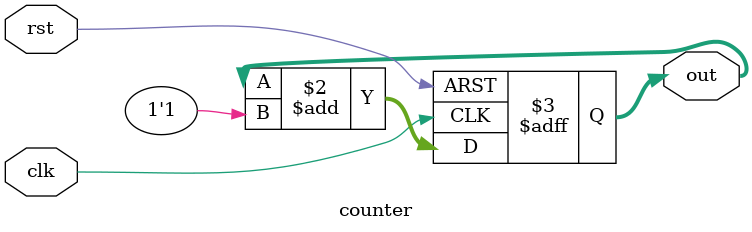
<source format=v>
`timescale 1ns / 1ps
module counter(
    input clk,   //clock input
    input rst,   //reset
    output reg [3:0] out  //current count
    );

always @ (posedge clk or posedge rst)  //run on clock posedge or clock reset
begin
	if (rst)   //if reset
		out <= 4'b0000;  //set counter to 0
	else    //else
		out <= out + 1'b1;   //increment counter by 1 bit
end

endmodule

</source>
